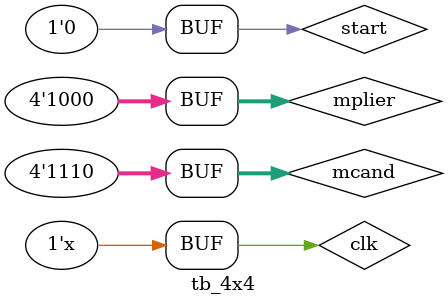
<source format=v>
`timescale 1ns / 1ps


module tb_4x4();
    reg clk, start, reset_b;
    reg [3:0] mcand;
    reg [3:0] mplier;
    //wire done;
    wire Ready;
   
    multiplier_4x4 DUT(.Ready(Ready), .clock(clk), .Mcand(mcand),
                    .Mplier(mplier), .Start(start), .reset_b(reset_b), .segments(segments), .AN(AN));

    initial begin
        clk=0; start=0; mcand=4'b1110; mplier = 4'b1001;    //9x14
        #30 start = 1;
        #10 start= 0;
        #100 start=1; mcand = 4'b1000; mplier = 4'b0001;
        #10 start=0;
        #100 start=1; mcand = 4'b1110; mplier = 4'b1000;
        #10 start=0;
        end
    always #5 clk=~clk;
endmodule

</source>
